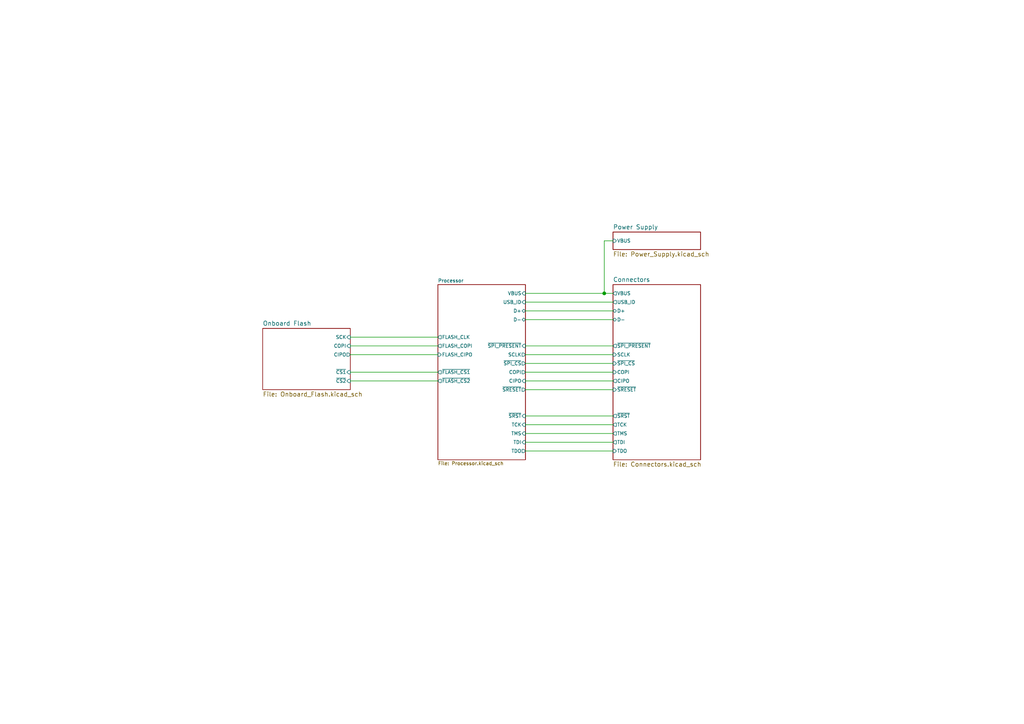
<source format=kicad_sch>
(kicad_sch (version 20211123) (generator eeschema)
  (paper "A4")
  (title_block (title "Top-level Schematic") (rev "R1") (company "Rachel Mant"))
  (lib_symbols)
  (junction (at 175.26 85.09))
  (wire (pts (xy 152.4 130.81) (xy 177.8 130.81)))
  (wire (pts (xy 152.4 85.09) (xy 175.26 85.09)))
  (wire (pts (xy 177.8 110.49) (xy 152.4 110.49)))
  (wire (pts (xy 152.4 107.95) (xy 177.8 107.95)))
  (wire (pts (xy 101.6 97.79) (xy 127 97.79)))
  (wire (pts (xy 152.4 113.03) (xy 177.8 113.03)))
  (wire (pts (xy 152.4 100.33) (xy 177.8 100.33)))
  (wire (pts (xy 152.4 102.87) (xy 177.8 102.87)))
  (wire (pts (xy 127 107.95) (xy 101.6 107.95)))
  (wire (pts (xy 177.8 123.19) (xy 152.4 123.19)))
  (wire (pts (xy 177.8 87.63) (xy 152.4 87.63)))
  (wire (pts (xy 175.26 85.09) (xy 177.8 85.09)))
  (wire (pts (xy 177.8 69.85) (xy 175.26 69.85)))
  (wire (pts (xy 175.26 69.85) (xy 175.26 85.09)))
  (wire (pts (xy 101.6 102.87) (xy 127 102.87)))
  (wire (pts (xy 101.6 110.49) (xy 127 110.49)))
  (wire (pts (xy 152.4 90.17) (xy 177.8 90.17)))
  (wire (pts (xy 177.8 92.71) (xy 152.4 92.71)))
  (wire (pts (xy 177.8 105.41) (xy 152.4 105.41)))
  (wire (pts (xy 152.4 120.65) (xy 177.8 120.65)))
  (wire (pts (xy 152.4 125.73) (xy 177.8 125.73)))
  (wire (pts (xy 177.8 128.27) (xy 152.4 128.27)))
  (wire (pts (xy 127 100.33) (xy 101.6 100.33)))
  (sheet (at 127 82.55) (size 25.4 50.8)
    (property "Sheet name" "Processor" (at 127 81.9781 0) (effects (font (size 0.9906 0.9906)) (justify left bottom)))
    (property "Sheet file" "Processor.kicad_sch" (at 127 133.8228 0) (effects (font (size 0.9906 0.9906)) (justify left top)))
    (pin "SCLK" output (at 152.4 102.87 0) (effects (font (size 0.9906 0.9906))))
    (pin "~{SPI_CS}" output (at 152.4 105.41 0) (effects (font (size 0.9906 0.9906))))
    (pin "COPI" output (at 152.4 107.95 0) (effects (font (size 0.9906 0.9906))))
    (pin "CIPO" input (at 152.4 110.49 0) (effects (font (size 0.9906 0.9906))))
    (pin "~{SRESET}" output (at 152.4 113.03 0) (effects (font (size 0.9906 0.9906))))
    (pin "USB_ID" input (at 152.4 87.63 0) (effects (font (size 0.9906 0.9906))))
    (pin "VBUS" input (at 152.4 85.09 0) (effects (font (size 0.9906 0.9906))))
    (pin "D-" bidirectional (at 152.4 92.71 0) (effects (font (size 0.9906 0.9906))))
    (pin "D+" bidirectional (at 152.4 90.17 0) (effects (font (size 0.9906 0.9906))))
    (pin "TCK" input (at 152.4 123.19 0) (effects (font (size 0.9906 0.9906))))
    (pin "TMS" input (at 152.4 125.73 0) (effects (font (size 0.9906 0.9906))))
    (pin "TDI" input (at 152.4 128.27 0) (effects (font (size 0.9906 0.9906))))
    (pin "TDO" output (at 152.4 130.81 0) (effects (font (size 0.9906 0.9906))))
    (pin "~{SRST}" input (at 152.4 120.65 0) (effects (font (size 0.9906 0.9906))))
    (pin "FLASH_CIPO" input (at 127 102.87 180) (effects (font (size 0.9906 0.9906))))
    (pin "FLASH_COPI" output (at 127 100.33 180) (effects (font (size 0.9906 0.9906))))
    (pin "FLASH_CLK" output (at 127 97.79 180) (effects (font (size 0.9906 0.9906))))
    (pin "~{FLASH_CS1}" output (at 127 107.95 180) (effects (font (size 0.9906 0.9906))))
    (pin "~{FLASH_CS2}" output (at 127 110.49 180) (effects (font (size 0.9906 0.9906))))
    (pin "~{SPI_PRESENT}" input (at 152.4 100.33 0) (effects (font (size 0.9906 0.9906))))
  )
  (sheet (at 177.8 82.55) (size 25.4 50.8)
    (property "Sheet name" "Connectors" (at 177.8 81.8384 0) (effects (justify left bottom)))
    (property "Sheet file" "Connectors.kicad_sch" (at 177.8 133.9346 0) (effects (justify left top)))
    (pin "D-" bidirectional (at 177.8 92.71 180) (effects (font (size 0.9906 0.9906))))
    (pin "D+" bidirectional (at 177.8 90.17 180) (effects (font (size 0.9906 0.9906))))
    (pin "USB_ID" output (at 177.8 87.63 180) (effects (font (size 0.9906 0.9906))))
    (pin "VBUS" output (at 177.8 85.09 180) (effects (font (size 0.9906 0.9906))))
    (pin "CIPO" output (at 177.8 110.49 180) (effects (font (size 0.9906 0.9906))))
    (pin "SCLK" input (at 177.8 102.87 180) (effects (font (size 0.9906 0.9906))))
    (pin "~{SPI_CS}" input (at 177.8 105.41 180) (effects (font (size 0.9906 0.9906))))
    (pin "~{SRESET}" input (at 177.8 113.03 180) (effects (font (size 0.9906 0.9906))))
    (pin "COPI" input (at 177.8 107.95 180) (effects (font (size 0.9906 0.9906))))
    (pin "TMS" output (at 177.8 125.73 180) (effects (font (size 0.9906 0.9906))))
    (pin "TCK" output (at 177.8 123.19 180) (effects (font (size 0.9906 0.9906))))
    (pin "TDO" input (at 177.8 130.81 180) (effects (font (size 0.9906 0.9906))))
    (pin "TDI" output (at 177.8 128.27 180) (effects (font (size 0.9906 0.9906))))
    (pin "~{SRST}" output (at 177.8 120.65 180) (effects (font (size 0.9906 0.9906))))
    (pin "~{SPI_PRESENT}" output (at 177.8 100.33 180) (effects (font (size 0.9906 0.9906))))
  )
  (sheet (at 177.8 67.31) (size 25.4 5.08)
    (property "Sheet name" "Power Supply" (at 177.8 66.5984 0) (effects (justify left bottom)))
    (property "Sheet file" "Power_Supply.kicad_sch" (at 177.8 72.9746 0) (effects (justify left top)))
    (pin "VBUS" input (at 177.8 69.85 180) (effects (font (size 0.9906 0.9906))))
  )
  (sheet (at 76.2 95.25) (size 25.4 17.78)
    (property "Sheet name" "Onboard Flash" (at 76.2 94.5384 0) (effects (justify left bottom)))
    (property "Sheet file" "Onboard_Flash.kicad_sch" (at 76.2 113.6146 0) (effects (justify left top)))
    (pin "SCK" input (at 101.6 97.79 0) (effects (font (size 0.9906 0.9906))))
    (pin "COPI" input (at 101.6 100.33 0) (effects (font (size 0.9906 0.9906))))
    (pin "CIPO" output (at 101.6 102.87 0) (effects (font (size 0.9906 0.9906))))
    (pin "~{CS1}" input (at 101.6 107.95 0) (effects (font (size 0.9906 0.9906))))
    (pin "~{CS2}" input (at 101.6 110.49 0) (effects (font (size 0.9906 0.9906))))
  )
)
</source>
